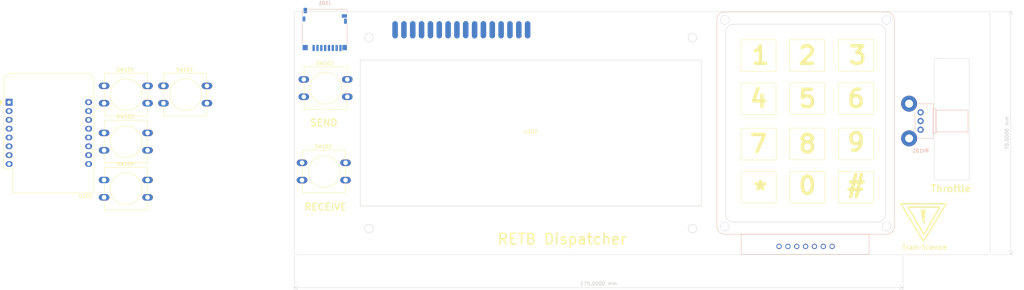
<source format=kicad_pcb>
(kicad_pcb (version 20211014) (generator pcbnew)
  (layers (0 "F.Cu" signal) (31 "B.Cu" signal) (34 "B.Paste" user) (35 "F.Paste" user) (36 "B.SilkS" user "B.Silkscreen") (37 "F.SilkS" user "F.Silkscreen") (38 "B.Mask" user) (39 "F.Mask" user) (44 "Edge.Cuts" user))
  (net 0 "")
  (footprint "Button_Switch_THT:SW_PUSH-12mm" (layer "F.Cu") (at 332.355 70.4)
    (fp_text reference "SW105" (at 6.08 -4.66) (layer "F.SilkS"))
    (fp_text value "SW_SPST")
    (fp_line (start 0.1 -0.93) (end 0.1 -3.65) (layer "F.SilkS") (width 0.12))
    (fp_line (start 12.4 -3.65) (end 12.4 -0.93) (layer "F.SilkS") (width 0.12))
    (fp_line (start 12.4 5.93) (end 12.4 8.65) (layer "F.SilkS") (width 0.12))
    (fp_line (start 12.4 0.93) (end 12.4 4.07) (layer "F.SilkS") (width 0.12))
    (fp_line (start 0.1 -3.65) (end 12.4 -3.65) (layer "F.SilkS") (width 0.12))
    (fp_line (start 12.4 8.65) (end 0.1 8.65) (layer "F.SilkS") (width 0.12))
    (fp_line (start 0.1 4.07) (end 0.1 0.93) (layer "F.SilkS") (width 0.12))
    (fp_line (start 0.1 8.65) (end 0.1 5.93) (layer "F.SilkS") (width 0.12))
    (fp_circle (center 6.35 2.54) (end 10.16 5.08) (layer "F.SilkS") (width 0.12) (fill none))
    (pad "1" thru_hole oval (at 0 0) (size 3.048 1.85) (drill 1.3) (layers *.Cu *.Mask))
    (pad "1" thru_hole oval (at 12.5 0) (size 3.048 1.85) (drill 1.3) (layers *.Cu *.Mask))
    (pad "2" thru_hole oval (at 12.5 5) (size 3.048 1.85) (drill 1.3) (layers *.Cu *.Mask))
    (pad "2" thru_hole oval (at 0 5) (size 3.048 1.85) (drill 1.3) (layers *.Cu *.Mask))
  )
  (footprint "kicad_images:Train-Science logo" (layer "F.Cu") (at 568 111)
    (fp_text reference "G***" hide)
    (fp_text value "LOGO" hide)
    (fp_poly (pts (xy 5.184219 5.481557) (xy 5.314657 5.546052) (xy 5.389187 5.634822) (xy 5.391267 5.721295) (xy 5.359343 5.779471) (xy 5.313299 5.765335) (xy 5.270762 5.728817) (xy 5.136751 5.66175) (xy 4.984415 5.660163) (xy 4.857807 5.72439) (xy 4.856491 5.725693) (xy 4.802036 5.835117) (xy 4.781242 5.992317) (xy 4.794111 6.154548) (xy 4.840643 6.279065) (xy 4.856491 6.298262) (xy 4.982459 6.363369) (xy 5.134742 6.362658) (xy 5.269286 6.296463) (xy 5.270762 6.295138) (xy 5.338674 6.243194) (xy 5.373821 6.262398) (xy 5.391267 6.30266) (xy 5.384435 6.400662) (xy 5.302003 6.487146) (xy 5.164897 6.547472) (xy 5.012989 6.567301) (xy 4.855395 6.546216) (xy 4.725786 6.468254) (xy 4.674653 6.420485) (xy 4.593405 6.331436) (xy 4.55214 6.250054) (xy 4.540916 6.141322) (xy 4.549181 5.9786) (xy 4.594859 5.734663) (xy 4.693389 5.569563) (xy 4.848836 5.47879) (xy 5.019397 5.456654)) (layer "F.SilkS") (width 0) (fill solid))
    (fp_poly (pts (xy -2.80076 6.567301) (xy -3.042205 6.567301) (xy -3.042205 5.456654) (xy -2.80076 5.456654)) (layer "F.SilkS") (width 0) (fill solid))
    (fp_poly (pts (xy -1.769615 5.47832) (xy -1.659959 5.550779) (xy -1.590203 5.685226) (xy -1.554112 5.892852) (xy -1.545247 6.139212) (xy -1.546245 6.343083) (xy -1.55276 6.469101) (xy -1.570073 6.535992) (xy -1.603464 6.56248) (xy -1.658214 6.567291) (xy -1.665969 6.567301) (xy -1.726085 6.563123) (xy -1.761961 6.537385) (xy -1.779852 6.470283) (xy -1.78601 6.342011) (xy -1.786692 6.184938) (xy -1.790251 5.993609) (xy -1.799671 5.83405) (xy -1.813067 5.73576) (xy -1.816003 5.726193) (xy -1.885087 5.663166) (xy -2.00193 5.657099) (xy -2.136223 5.708099) (xy -2.162259 5.724982) (xy -2.216674 5.77338) (xy -2.248937 5.840192) (xy -2.264655 5.949393) (xy -2.269437 6.124957) (xy -2.269581 6.183727) (xy -2.27089 6.374496) (xy -2.278966 6.488463) (xy -2.300033 6.545402) (xy -2.340314 6.565087) (xy -2.390304 6.567301) (xy -2.511026 6.567301) (xy -2.511026 6.011978) (xy -2.510445 5.773893) (xy -2.506399 5.615943) (xy -2.495432 5.521686) (xy -2.474088 5.47468) (xy -2.438914 5.458482) (xy -2.394328 5.456654) (xy -2.296125 5.478761) (xy -2.255497 5.517016) (xy -2.223252 5.553161) (xy -2.169382 5.517016) (xy -2.080808 5.476829) (xy -1.947072 5.457075) (xy -1.925406 5.456654)) (layer "F.SilkS") (width 0) (fill solid))
    (fp_poly (pts (xy 4.073351 5.47832) (xy 4.183007 5.550779) (xy 4.252763 5.685226) (xy 4.288854 5.892852) (xy 4.297719 6.139212) (xy 4.296721 6.343083) (xy 4.290205 6.469101) (xy 4.272892 6.535992) (xy 4.239502 6.56248) (xy 4.184752 6.567291) (xy 4.176997 6.567301) (xy 4.116881 6.563123) (xy 4.081005 6.537385) (xy 4.063114 6.470283) (xy 4.056955 6.342011) (xy 4.056274 6.184938) (xy 4.052715 5.993609) (xy 4.043295 5.83405) (xy 4.029899 5.73576) (xy 4.026963 5.726193) (xy 3.957879 5.663166) (xy 3.841035 5.657099) (xy 3.706743 5.708099) (xy 3.680707 5.724982) (xy 3.626292 5.77338) (xy 3.594029 5.840192) (xy 3.578311 5.949393) (xy 3.573529 6.124957) (xy 3.573384 6.183727) (xy 3.572075 6.374496) (xy 3.563999 6.488463) (xy 3.542933 6.545402) (xy 3.502652 6.565087) (xy 3.452662 6.567301) (xy 3.33194 6.567301) (xy 3.33194 6.011978) (xy 3.33252 5.773893) (xy 3.336567 5.615943) (xy 3.347534 5.521686) (xy 3.368877 5.47468) (xy 3.404052 5.458482) (xy 3.448638 5.456654) (xy 3.546841 5.478761) (xy 3.587469 5.517016) (xy 3.619714 5.553161) (xy 3.673584 5.517016) (xy 3.762158 5.476829) (xy 3.895894 5.457075) (xy 3.91756 5.456654)) (layer "F.SilkS") (width 0) (fill solid))
    (fp_poly (pts (xy -0.919105 5.8509) (xy -0.799925 5.883399) (xy -0.73607 5.941522) (xy -0.733267 5.951616) (xy -0.736426 5.997249) (xy -0.780679 6.02289) (xy -0.885527 6.034008) (xy -1.034672 6.036122) (xy -1.212401 6.031262) (xy -1.311568 6.014029) (xy -1.349824 5.980448) (xy -1.352091 5.964609) (xy -1.310104 5.900879) (xy -1.204045 5.860267) (xy -1.063762 5.843399)) (layer "F.SilkS") (width 0) (fill solid))
    (fp_poly (pts (xy -3.60798 5.468652) (xy -3.489787 5.514195) (xy -3.412946 5.607606) (xy -3.367783 5.763207) (xy -3.344624 5.995321) (xy -3.339658 6.104491) (xy -3.323232 6.549224) (xy -3.68148 6.556531) (xy -3.916582 6.551732) (xy -4.073006 6.524426) (xy -4.144578 6.490398) (xy -4.226995 6.380486) (xy -4.247699 6.236305) (xy -4.239868 6.212152) (xy -3.995057 6.212152) (xy -3.991767 6.298466) (xy -3.925816 6.353831) (xy -3.81238 6.373063) (xy -3.694361 6.354051) (xy -3.63133 6.316198) (xy -3.581494 6.220549) (xy -3.573384 6.165013) (xy -3.586669 6.10541) (xy -3.644098 6.088306) (xy -3.7503 6.100484) (xy -3.917419 6.145004) (xy -3.995057 6.212152) (xy -4.239868 6.212152) (xy -4.203614 6.100331) (xy -4.175367 6.065536) (xy -4.072373 6.000912) (xy -3.91658 5.941076) (xy -3.751272 5.900584) (xy -3.657889 5.891525) (xy -3.586094 5.858748) (xy -3.583757 5.772995) (xy -3.617668 5.702926) (xy -3.672675 5.663946) (xy -3.78337 5.653034) (xy -3.930807 5.66322) (xy -4.090396 5.67446) (xy -4.174119 5.664276) (xy -4.200863 5.629918) (xy -4.20114 5.623876) (xy -4.156084 5.539814) (xy -4.02845 5.482886) (xy -3.829535 5.457547) (xy -3.777198 5.456654)) (layer "F.SilkS") (width 0) (fill solid))
    (fp_poly (pts (xy 6.287935 5.498129) (xy 6.440116 5.606504) (xy 6.54086 5.757707) (xy 6.567301 5.887541) (xy 6.567301 6.036122) (xy 6.180989 6.036122) (xy 5.988185 6.038275) (xy 5.872603 6.047838) (xy 5.814926 6.069469) (xy 5.795836 6.107824) (xy 5.794677 6.129251) (xy 5.830177 6.26244) (xy 5.939135 6.340752) (xy 6.125237 6.366108) (xy 6.23859 6.360442) (xy 6.401286 6.350559) (xy 6.488063 6.36045) (xy 6.518108 6.3931) (xy 6.519012 6.404064) (xy 6.476291 6.481996) (xy 6.364987 6.535536) (xy 6.210382 6.563007) (xy 6.037762 6.562731) (xy 5.87241 6.533031) (xy 5.739611 6.47223) (xy 5.720186 6.457057) (xy 5.62249 6.335669) (xy 5.572515 6.16588) (xy 5.566436 6.119835) (xy 5.572407 5.862) (xy 5.595366 5.804335) (xy 5.794677 5.804335) (xy 5.83835 5.825493) (xy 5.951005 5.839525) (xy 6.060267 5.842966) (xy 6.205731 5.836614) (xy 6.302199 5.820228) (xy 6.325856 5.804335) (xy 6.282632 5.721716) (xy 6.172373 5.665069) (xy 6.060267 5.64981) (xy 5.918264 5.674959) (xy 5.820903 5.739109) (xy 5.794677 5.804335) (xy 5.595366 5.804335) (xy 5.651698 5.66285) (xy 5.79988 5.527789) (xy 6.012524 5.462223) (xy 6.109872 5.456654)) (layer "F.SilkS") (width 0) (fill solid))
    (fp_poly (pts (xy -5.504448 5.022991) (xy -5.339583 5.027564) (xy -5.239377 5.038417) (xy -5.187873 5.058194) (xy -5.169114 5.089536) (xy -5.16692 5.118632) (xy -5.181138 5.178985) (xy -5.240176 5.207525) (xy -5.36861 5.215173) (xy -5.38422 5.21521) (xy -5.601521 5.21521) (xy -5.601521 6.567301) (xy -5.842965 6.567301) (xy -5.842965 5.220501) (xy -6.071904 5.205783) (xy -6.222788 5.186112) (xy -6.298384 5.146658) (xy -6.316889 5.106559) (xy -6.315598 5.070882) (xy -6.285503 5.046884) (xy -6.211351 5.032294) (xy -6.077892 5.024838) (xy -5.869875 5.022242) (xy -5.749928 5.022054)) (layer "F.SilkS") (width 0) (fill solid))
    (fp_poly (pts (xy 1.176235 5.481557) (xy 1.306673 5.546052) (xy 1.381202 5.634822) (xy 1.383282 5.721295) (xy 1.351358 5.779471) (xy 1.305314 5.765335) (xy 1.262777 5.728817) (xy 1.128766 5.66175) (xy 0.976431 5.660163) (xy 0.849822 5.72439) (xy 0.848507 5.725693) (xy 0.794961 5.832681) (xy 0.772757 5.997374) (xy 0.772624 6.011978) (xy 0.791898 6.17972) (xy 0.843288 6.292674) (xy 0.848507 6.298262) (xy 0.974474 6.363369) (xy 1.126757 6.362658) (xy 1.261302 6.296463) (xy 1.262777 6.295138) (xy 1.330689 6.243194) (xy 1.365837 6.262398) (xy 1.383282 6.30266) (xy 1.37645 6.400662) (xy 1.294018 6.487146) (xy 1.156913 6.547472) (xy 1.005005 6.567301) (xy 0.84741 6.546216) (xy 0.717801 6.468254) (xy 0.666669 6.420485) (xy 0.58542 6.331436) (xy 0.544155 6.250054) (xy 0.532931 6.141322) (xy 0.541197 5.9786) (xy 0.586874 5.734663) (xy 0.685404 5.569563) (xy 0.840851 5.47879) (xy 1.011412 5.456654)) (layer "F.SilkS") (width 0) (fill solid))
    (fp_poly (pts (xy 0.375723 -5.097027) (xy 0.387468 -5.040647) (xy 0.399311 -4.906756) (xy 0.409985 -4.714415) (xy 0.418222 -4.482682) (xy 0.419241 -4.442733) (xy 0.42472 -4.186529) (xy 0.424995 -4.009489) (xy 0.417631 -3.894238) (xy 0.40019 -3.8234) (xy 0.370236 -3.779602) (xy 0.325333 -3.745469) (xy 0.321071 -3.742667) (xy 0.266062 -3.695571) (xy 0.23677 -3.631093) (xy 0.232751 -3.530754) (xy 0.253563 -3.376073) (xy 0.29876 -3.148569) (xy 0.305985 -3.114638) (xy 0.351294 -2.89141) (xy 0.372122 -2.744209) (xy 0.367196 -2.655314) (xy 0.335244 -2.607004) (xy 0.274993 -2.581559) (xy 0.267575 -2.579643) (xy 0.140992 -2.547873) (xy 0.169657 -2.010343) (xy 0.183542 -1.752494) (xy 0.19773 -1.49325) (xy 0.210171 -1.269896) (xy 0.216141 -1.165205) (xy 0.221598 -0.924603) (xy 0.204599 -0.777917) (xy 0.165065 -0.725114) (xy 0.102918 -0.766161) (xy 0.018079 -0.901025) (xy -0.054421 -1.050285) (xy -0.142334 -1.244374) (xy -0.227728 -1.433421) (xy -0.288922 -1.569391) (xy -0.353939 -1.713087) (xy -0.440586 -1.902937) (xy -0.528617 -2.094603) (xy -0.615724 -2.303783) (xy -0.649293 -2.446301) (xy -0.629386 -2.535834) (xy -0.556068 -2.586058) (xy -0.530935 -2.593676) (xy -0.45313 -2.619175) (xy -0.4346 -2.631372) (xy -0.452963 -2.681722) (xy -0.500949 -2.795704) (xy -0.567901 -2.949172) (xy -0.643167 -3.117979) (xy -0.71609 -3.277978) (xy -0.775698 -3.404372) (xy -0.830876 -3.526386) (xy -0.842312 -3.594299) (xy -0.811491 -3.639341) (xy -0.787747 -3.657889) (xy -0.678264 -3.708762) (xy -0.618527 -3.71825) (xy -0.54507 -3.727389) (xy -0.531178 -3.738091) (xy -0.550184 -3.790479) (xy -0.600205 -3.907109) (xy -0.670752 -4.065019) (xy -0.751332 -4.241247) (xy -0.831456 -4.412831) (xy -0.900631 -4.556809) (xy -0.945728 -4.645412) (xy -0.989393 -4.74016) (xy -0.977655 -4.790391) (xy -0.930874 -4.820783) (xy -0.799995 -4.870165) (xy -0.592854 -4.918874) (xy -0.410456 -4.951811) (xy -0.285747 -4.976264) (xy -0.110024 -5.01507) (xy 0.04085 -5.050708) (xy 0.201625 -5.084917) (xy 0.322631 -5.101335)) (layer "F.SilkS") (width 0) (fill solid))
    (fp_poly (pts (xy 2.811129 5.498129) (xy 2.96331 5.606504) (xy 3.064054 5.757707) (xy 3.090495 5.887541) (xy 3.090495 6.036122) (xy 2.704183 6.036122) (xy 2.511379 6.038275) (xy 2.395797 6.047838) (xy 2.33812 6.069469) (xy 2.31903 6.107824) (xy 2.317871 6.129251) (xy 2.353371 6.26244) (xy 2.462329 6.340752) (xy 2.648431 6.366108) (xy 2.761784 6.360442) (xy 2.92448 6.350559) (xy 3.011257 6.36045) (xy 3.041302 6.3931) (xy 3.042206 6.404064) (xy 2.999485 6.481996) (xy 2.888181 6.535536) (xy 2.733576 6.563007) (xy 2.560956 6.562731) (xy 2.395604 6.533031) (xy 2.262805 6.47223) (xy 2.24338 6.457057) (xy 2.145684 6.335669) (xy 2.095709 6.16588) (xy 2.08963 6.119835) (xy 2.095601 5.862) (xy 2.11856 5.804335) (xy 2.317871 5.804335) (xy 2.361544 5.825493) (xy 2.474199 5.839525) (xy 2.58346 5.842966) (xy 2.728925 5.836614) (xy 2.825393 5.820228) (xy 2.84905 5.804335) (xy 2.805826 5.721716) (xy 2.695567 5.665069) (xy 2.58346 5.64981) (xy 2.441458 5.674959) (xy 2.344097 5.739109) (xy 2.317871 5.804335) (xy 2.11856 5.804335) (xy 2.174892 5.66285) (xy 2.323074 5.527789) (xy 2.535718 5.462223) (xy 2.633066 5.456654)) (layer "F.SilkS") (width 0) (fill solid))
    (fp_poly (pts (xy 1.817165 5.048347) (xy 1.853136 5.096292) (xy 1.862306 5.200872) (xy 1.789497 5.25495) (xy 1.708051 5.263499) (xy 1.619181 5.246938) (xy 1.599429 5.180679) (xy 1.60225 5.154848) (xy 1.649157 5.067542) (xy 1.733525 5.029071)) (layer "F.SilkS") (width 0) (fill solid))
    (fp_poly (pts (xy -2.818577 5.048347) (xy -2.782605 5.096292) (xy -2.773435 5.200872) (xy -2.846245 5.25495) (xy -2.927691 5.263499) (xy -3.01656 5.246938) (xy -3.036312 5.180679) (xy -3.033491 5.154848) (xy -2.986585 5.067542) (xy -2.902216 5.029071)) (layer "F.SilkS") (width 0) (fill solid))
    (fp_poly (pts (xy 0.120676 5.045657) (xy 0.245214 5.11236) (xy 0.289732 5.216002) (xy 0.289734 5.216909) (xy 0.255273 5.293371) (xy 0.182001 5.309683) (xy 0.120723 5.263499) (xy 0.048917 5.225159) (xy -0.071044 5.216832) (xy -0.196299 5.236227) (xy -0.283987 5.281055) (xy -0.28781 5.285326) (xy -0.32706 5.394274) (xy -0.271449 5.509868) (xy -0.122316 5.630165) (xy -0.006042 5.695049) (xy 0.204162 5.823458) (xy 0.325071 5.95679) (xy 0.363736 6.106702) (xy 0.335738 6.260347) (xy 0.246123 6.413302) (xy 0.143243 6.495707) (xy -0.027665 6.549802) (xy -0.226493 6.56429) (xy -0.411543 6.539395) (xy -0.520434 6.492129) (xy -0.605445 6.408078) (xy -0.628968 6.333766) (xy -0.591162 6.292602) (xy -0.519106 6.298596) (xy -0.295596 6.350039) (xy -0.112513 6.363003) (xy 0.008744 6.336396) (xy 0.023683 6.326239) (xy 0.09278 6.218056) (xy 0.083012 6.093893) (xy 0.004227 5.975946) (xy -0.133726 5.886406) (xy -0.178625 5.870349) (xy -0.282137 5.816799) (xy -0.404868 5.724852) (xy -0.432142 5.700396) (xy -0.548573 5.54206) (xy -0.578554 5.381036) (xy -0.530437 5.233072) (xy -0.412575 5.113919) (xy -0.233317 5.039327) (xy -0.072433 5.022054)) (layer "F.SilkS") (width 0) (fill solid))
    (fp_poly (pts (xy 4.768859 -5.746387) (xy 4.753615 -5.694078) (xy 4.702122 -5.582812) (xy 4.613009 -5.410169) (xy 4.484912 -5.173733) (xy 4.316461 -4.871085) (xy 4.10629 -4.499807) (xy 3.853031 -4.057483) (xy 3.555317 -3.541692) (xy 3.211781 -2.950019) (xy 2.821055 -2.280044) (xy 2.447668 -1.641825) (xy 2.052971 -0.968394) (xy 1.703861 -0.373715) (xy 1.397415 0.146973) (xy 1.130711 0.598429) (xy 0.900826 0.985414) (xy 0.704837 1.312686) (xy 0.539822 1.585006) (xy 0.402858 1.807133) (xy 0.291022 1.983828) (xy 0.201391 2.11985) (xy 0.131044 2.219959) (xy 0.077056 2.288915) (xy 0.036506 2.331478) (xy 0.006471 2.352407) (xy -0.007453 2.356529) (xy -0.118241 2.345) (xy -0.177425 2.30824) (xy -0.20815 2.258187) (xy -0.283786 2.130441) (xy -0.400893 1.930912) (xy -0.556031 1.665509) (xy -0.74576 1.340143) (xy -0.966639 0.960724) (xy -1.215229 0.533161) (xy -1.48809 0.063366) (xy -1.781782 -0.442753) (xy -2.092864 -0.979285) (xy -2.417898 -1.54032) (xy -2.490658 -1.665969) (xy -2.915073 -2.400056) (xy -3.291556 -3.053633) (xy -3.621514 -3.629214) (xy -3.906351 -4.129315) (xy -4.147471 -4.556451) (xy -4.346279 -4.913138) (xy -4.50418 -5.20189) (xy -4.622579 -5.425224) (xy -4.650396 -5.480798) (xy -4.246586 -5.480798) (xy -2.141704 -1.844738) (xy -1.826964 -1.301915) (xy -1.525833 -0.784257) (xy -1.241827 -0.297711) (xy -0.978461 0.151777) (xy -0.739254 0.558261) (xy -0.527721 0.915795) (xy -0.347379 1.21843) (xy -0.201744 1.460222) (xy -0.094333 1.635224) (xy -0.028663 1.737489) (xy -0.008326 1.762827) (xy 0.019805 1.717796) (xy 0.093114 1.595456) (xy 0.208031 1.401866) (xy 0.360987 1.143092) (xy 0.548414 0.825195) (xy 0.766742 0.454239) (xy 1.012403 0.036285) (xy 1.281828 -0.422603) (xy 1.571448 -0.916362) (xy 1.877695 -1.43893) (xy 2.13202 -1.873234) (xy 4.24387 -5.480798) (xy 2.121935 -5.493373) (xy 1.563165 -5.495976) (xy 0.936229 -5.497682) (xy 0.269536 -5.498488) (xy -0.408506 -5.498397) (xy -1.069488 -5.497406) (xy -1.685001 -5.495517) (xy -2.123293 -5.493373) (xy -4.246586 -5.480798) (xy -4.650396 -5.480798) (xy -4.702879 -5.585653) (xy -4.746487 -5.685694) (xy -4.755959 -5.722243) (xy -4.756464 -5.86711) (xy 4.756464 -5.86711)) (layer "F.SilkS") (width 0) (fill solid))
    (fp_poly (pts (xy -4.81059 5.473762) (xy -4.780608 5.506642) (xy -4.751048 5.531966) (xy -4.687205 5.506642) (xy -4.548714 5.458794) (xy -4.42945 5.461612) (xy -4.356569 5.511388) (xy -4.346007 5.553232) (xy -4.369309 5.62445) (xy -4.455425 5.649019) (xy -4.488136 5.64981) (xy -4.620255 5.677128) (xy -4.709543 5.765727) (xy -4.76115 5.925578) (xy -4.780229 6.16665) (xy -4.780608 6.215878) (xy -4.782226 6.396733) (xy -4.791807 6.501661) (xy -4.816444 6.551309) (xy -4.863231 6.566324) (xy -4.90133 6.567301) (xy -5.022053 6.567301) (xy -5.022053 5.456654) (xy -4.90133 5.456654)) (layer "F.SilkS") (width 0) (fill solid))
    (fp_poly (pts (xy -3.265853 -6.850073) (xy -2.587156 -6.849321) (xy -1.825989 -6.848194) (xy -0.977577 -6.846751) (xy -0.082715 -6.845131) (xy 6.591445 -6.832889) (xy 6.603618 -6.712167) (xy 6.58915 -6.666138) (xy 6.540819 -6.566207) (xy 6.457246 -6.410035) (xy 6.337052 -6.19528) (xy 6.178855 -5.9196) (xy 5.981276 -5.580654) (xy 5.742935 -5.176102) (xy 5.462451 -4.703602) (xy 5.138446 -4.160813) (xy 4.769539 -3.545393) (xy 4.354349 -2.855002) (xy 3.891497 -2.087298) (xy 3.379603 -1.23994) (xy 3.316022 -1.13479) (xy 2.838313 -0.345073) (xy 2.407851 0.365927) (xy 2.022104 1.002255) (xy 1.678542 1.567953) (xy 1.374632 2.067066) (xy 1.107842 2.503637) (xy 0.875642 2.881712) (xy 0.675498 3.205332) (xy 0.504879 3.478543) (xy 0.361255 3.705388) (xy 0.242092 3.889911) (xy 0.144859 4.036156) (xy 0.067025 4.148167) (xy 0.006058 4.229987) (xy -0.040575 4.285661) (xy -0.075404 4.319232) (xy -0.100962 4.334745) (xy -0.109572 4.336852) (xy -0.234356 4.315791) (xy -0.30728 4.240274) (xy -0.340571 4.185782) (xy -0.420522 4.053448) (xy -0.544137 3.848262) (xy -0.708419 3.575215) (xy -0.91037 3.239297) (xy -1.146993 2.8455) (xy -1.41529 2.398812) (xy -1.712263 1.904227) (xy -2.034916 1.366732) (xy -2.380251 0.791321) (xy -2.745271 0.182982) (xy -3.126978 -0.453293) (xy -3.522374 -1.112514) (xy -3.617711 -1.271483) (xy -4.093695 -2.065506) (xy -4.52204 -2.780841) (xy -4.905052 -3.421463) (xy -5.245038 -3.991345) (xy -5.544306 -4.49446) (xy -5.80516 -4.934781) (xy -6.029909 -5.316281) (xy -6.220859 -5.642935) (xy -6.380315 -5.918715) (xy -6.510586 -6.147595) (xy -6.613978 -6.333548) (xy -6.674582 -6.446577) (xy -6.267936 -6.446577) (xy -3.194628 -1.324245) (xy -0.121319 3.798087) (xy 0.289436 3.119323) (xy 0.370997 2.984504) (xy 0.498607 2.773515) (xy 0.66835 2.492831) (xy 0.876308 2.14893) (xy 1.118566 1.748291) (xy 1.391206 1.297389) (xy 1.690313 0.802702) (xy 2.011969 0.270708) (xy 2.352259 -0.292116) (xy 2.707266 -0.879293) (xy 3.073074 -1.484346) (xy 3.386645 -2.003009) (xy 6.0731 -6.446577) (xy 2.988261 -6.459005) (xy 2.322534 -6.461202) (xy 1.583805 -6.462789) (xy 0.795649 -6.463764) (xy -0.018361 -6.464128) (xy -0.834649 -6.463881) (xy -1.629642 -6.463023) (xy -2.379765 -6.461553) (xy -3.061443 -6.459473) (xy -3.182257 -6.459005) (xy -6.267936 -6.446577) (xy -6.674582 -6.446577) (xy -6.692796 -6.480548) (xy -6.749349 -6.592567) (xy -6.785942 -6.673579) (xy -6.804882 -6.727558) (xy -6.808476 -6.758476) (xy -6.806568 -6.764524) (xy -6.797812 -6.777543) (xy -6.783007 -6.789272) (xy -6.757377 -6.799768) (xy -6.716145 -6.809088) (xy -6.654535 -6.81729) (xy -6.56777 -6.824431) (xy -6.451075 -6.830568) (xy -6.299673 -6.835758) (xy -6.108787 -6.840059) (xy -5.873643 -6.843528) (xy -5.589462 -6.846222) (xy -5.251469 -6.848198) (xy -4.854888 -6.849514) (xy -4.394943 -6.850227) (xy -3.866857 -6.850394)) (layer "F.SilkS") (width 0) (fill solid))
    (fp_poly (pts (xy 1.834981 6.567301) (xy 1.593536 6.567301) (xy 1.593536 5.456654) (xy 1.834981 5.456654)) (layer "F.SilkS") (width 0) (fill solid))
  )
  (footprint "Button_Switch_THT:SW_PUSH-12mm" (layer "F.Cu") (at 332.355 83.95)
    (fp_text reference "SW103" (at 6.08 -4.66) (layer "F.SilkS"))
    (fp_text value "SW_SPST")
    (fp_line (start 12.4 0.93) (end 12.4 4.07) (layer "F.SilkS") (width 0.12))
    (fp_line (start 12.4 -3.65) (end 12.4 -0.93) (layer "F.SilkS") (width 0.12))
    (fp_line (start 0.1 -3.65) (end 12.4 -3.65) (layer "F.SilkS") (width 0.12))
    (fp_line (start 12.4 5.93) (end 12.4 8.65) (layer "F.SilkS") (width 0.12))
    (fp_line (start 0.1 -0.93) (end 0.1 -3.65) (layer "F.SilkS") (width 0.12))
    (fp_line (start 12.4 8.65) (end 0.1 8.65) (layer "F.SilkS") (width 0.12))
    (fp_line (start 0.1 4.07) (end 0.1 0.93) (layer "F.SilkS") (width 0.12))
    (fp_line (start 0.1 8.65) (end 0.1 5.93) (layer "F.SilkS") (width 0.12))
    (fp_circle (center 6.35 2.54) (end 10.16 5.08) (layer "F.SilkS") (width 0.12) (fill none))
    (pad "1" thru_hole oval (at 0 0) (size 3.048 1.85) (drill 1.3) (layers *.Cu *.Mask))
    (pad "1" thru_hole oval (at 12.5 0) (size 3.048 1.85) (drill 1.3) (layers *.Cu *.Mask))
    (pad "2" thru_hole oval (at 0 5) (size 3.048 1.85) (drill 1.3) (layers *.Cu *.Mask))
    (pad "2" thru_hole oval (at 12.5 5) (size 3.048 1.85) (drill 1.3) (layers *.Cu *.Mask))
  )
  (footprint "custom_kicad_lib_sk:3x4keypad" (layer "F.Cu") (at 534 81.125)
    (fp_text reference "J102" hide)
    (fp_text value "Conn_01x07_Male")
    (fp_text user "1" (at -13 -19.5 unlocked) (layer "F.SilkS") (effects (font (size 5 5) (thickness 1))))
    (fp_text user "#" (at 14.5 18 unlocked) (layer "F.SilkS") (effects (font (size 5 5) (thickness 1))))
    (fp_text user "9" (at 14.5 5.5 unlocked) (layer "F.SilkS") (effects (font (size 5 5) (thickness 1))))
    (fp_text user "5" (at 0.5 -7 unlocked) (layer "F.SilkS") (effects (font (size 5 5) (thickness 1))))
    (fp_text user "0" (at 0.5 18 unlocked) (layer "F.SilkS") (effects (font (size 5 5) (thickness 1))))
    (fp_text user "2" (at 0.5 -19.5 unlocked) (layer "F.SilkS") (effects (font (size 5 5) (thickness 1))))
    (fp_text user "3" (at 14.965587 -19.514715 unlocked) (layer "F.SilkS") (effects (font (size 5 5) (thickness 1))))
    (fp_text user "4" (at -13.5 -7 unlocked) (layer "F.SilkS") (effects (font (size 5 5) (thickness 1))))
    (fp_text user "8" (at 0.5 6 unlocked) (layer "F.SilkS") (effects (font (size 5 5) (thickness 1))))
    (fp_text user "7" (at -13.5 6 unlocked) (layer "F.SilkS") (effects (font (size 5 5) (thickness 1))))
    (fp_text user "6" (at 14.509671 -7.039196 unlocked) (layer "F.SilkS") (effects (font (size 5 5) (thickness 1))))
    (fp_text user "*" (at -13 19.5 unlocked) (layer "F.SilkS") (effects (font (size 5 5) (thickness 1))))
    (fp_line (start 25.5 29.75) (end 25.5 -29.75) (layer "B.SilkS") (width 0.12))
    (fp_line (start 23.25 -32) (end -23.25 -32) (layer "B.SilkS") (width 0.12))
    (fp_line (start -25.5 -29.75) (end -25.5 29.75) (layer "B.SilkS") (width 0.12))
    (fp_line (start -23.25 32) (end 23.25 32) (layer "B.SilkS") (width 0.12))
    (fp_rect (start -18.5 32) (end 18.25 37.75) (layer "B.SilkS") (width 0.12) (fill none))
    (fp_arc (start 23.25 -32) (mid 24.84099 -31.34099) (end 25.5 -29.75) (layer "B.SilkS") (width 0.12))
    (fp_arc (start 25.5 29.75) (mid 24.84099 31.34099) (end 23.25 32) (layer "B.SilkS") (width 0.12))
    (fp_arc (start -23.25 32) (mid -24.84099 31.34099) (end -25.5 29.75) (layer "B.SilkS") (width 0.12))
    (fp_arc (start -25.5 -29.75) (mid -24.84099 -31.34099) (end -23.25 -32) (layer "B.SilkS") (width 0.12))
    (fp_rect (start 9.45 1.45) (end 19.55 10.55) (layer "F.SilkS") (width 0.12) (fill none))
    (fp_rect (start 9.4 -11.6) (end 19.5 -2.5) (layer "F.SilkS") (width 0.12) (fill none))
    (fp_rect (start 9.45 13.9) (end 19.55 23) (layer "F.SilkS") (width 0.12) (fill none))
    (fp_rect (start -18.6 -11.55) (end -8.5 -2.45) (layer "F.SilkS") (width 0.12) (fill none))
    (fp_rect (start -18.55 1.5) (end -8.45 10.6) (layer "F.SilkS") (width 0.12) (fill none))
    (fp_rect (start 9.4 -24.05) (end 19.5 -14.95) (layer "F.SilkS") (width 0.12) (fill none))
    (fp_rect (start -18.55 13.95) (end -8.45 23.05) (layer "F.SilkS") (width 0.12) (fill none))
    (fp_rect (start -4.6 -11.6) (end 5.5 -2.5) (layer "F.SilkS") (width 0.12) (fill none))
    (fp_rect (start -18.6 -24) (end -8.5 -14.9) (layer "F.SilkS") (width 0.12) (fill none))
    (fp_rect (start -4.55 1.45) (end 5.55 10.55) (layer "F.SilkS") (width 0.12) (fill none))
    (fp_rect (start -4.55 13.9) (end 5.55 23) (layer "F.SilkS") (width 0.12) (fill none))
    (fp_rect (start -4.6 -24.05) (end 5.5 -14.95) (layer "F.SilkS") (width 0.12) (fill none))
    (fp_line (start 20.75 28.5) (end -20.75 28.5) (layer "Edge.Cuts") (width 0.12))
    (fp_line (start 23 -26.25) (end 23 26.25) (layer "Edge.Cuts") (width 0.12))
    (fp_line (start -20.75 -28.5) (end 20.75 -28.5) (layer "Edge.Cuts") (width 0.12))
    (fp_line (start -23 26.25) (end -23 -26.25) (layer "Edge.Cuts") (width 0.12))
    (fp_arc (start 23 26.25) (mid 22.34099 27.84099) (end 20.75 28.5) (layer "Edge.Cuts") (width 0.12))
    (fp_arc (start -23 -26.25) (mid -22.34099 -27.84099) (end -20.75 -28.5) (layer "Edge.Cuts") (width 0.12))
    (fp_arc (start -20.75 28.5) (mid -22.34099 27.84099) (end -23 26.25) (layer "Edge.Cuts") (width 0.12))
    (fp_arc (start 20.75 -28.5) (mid 22.34099 -27.84099) (end 23 -26.25) (layer "Edge.Cuts") (width 0.12))
    (pad "1" thru_hole circle (at -7.62 35.5) (size 1.5 1.5) (drill 1) (layers F&B.Cu *.Mask))
    (pad "2" thru_hole circle (at -5.08 35.5) (size 1.5 1.5) (drill 1) (layers F&B.Cu *.Mask))
    (pad "3" thru_hole circle (at -2.54 35.5) (size 1.5 1.5) (drill 1) (layers F&B.Cu *.Mask))
    (pad "4" thru_hole circle (at 0 35.5) (size 1.5 1.5) (drill 1) (layers F&B.Cu *.Mask))
    (pad "5" thru_hole circle (at 2.54 35.5) (size 1.5 1.5) (drill 1) (layers F&B.Cu *.Mask))
    (pad "6" thru_hole circle (at 5.08 35.5) (size 1.5 1.5) (drill 1) (layers F&B.Cu *.Mask))
    (pad "7" thru_hole circle (at 7.62 35.5) (size 1.5 1.5) (drill 1) (layers F&B.Cu *.Mask))
    (pad "MP" thru_hole circle (at 23.25 -29.75) (size 2.55 2.55) (drill 2.55) (layers F&B.Cu *.Mask))
    (pad "MP" thru_hole circle (at -23.25 29.75) (size 2.55 2.55) (drill 2.55) (layers F&B.Cu *.Mask))
    (pad "MP" thru_hole circle (at -23.25 -29.75) (size 2.55 2.55) (drill 2.55) (layers F&B.Cu *.Mask))
    (pad "MP" thru_hole circle (at 23.25 29.75) (size 2.55 2.55) (drill 2.55) (layers F&B.Cu *.Mask))
  )
  (footprint "Module:WEMOS_D1_mini_light" (layer "F.Cu") (at 305.055 75.11)
    (fp_text reference "U101" (at 22 27) (layer "F.SilkS"))
    (fp_text value "WeMos_D1_mini")
    (fp_line (start 1.04 26.12) (end 24.36 26.12) (layer "F.SilkS") (width 0.12))
    (fp_line (start -1.5 19.22) (end -1.5 -6.21) (layer "F.SilkS") (width 0.12))
    (fp_line (start -1.5 19.22) (end 1.04 19.22) (layer "F.SilkS") (width 0.12))
    (fp_line (start 1.04 19.22) (end 1.04 26.12) (layer "F.SilkS") (width 0.12))
    (fp_line (start 24.36 26.12) (end 24.36 -6.21) (layer "F.SilkS") (width 0.12))
    (fp_line (start 22.24 -8.34) (end 0.63 -8.34) (layer "F.SilkS") (width 0.12))
    (fp_arc (start 22.23 -8.34) (mid 23.736137 -7.716137) (end 24.36 -6.21) (layer "F.SilkS") (width 0.12))
    (fp_arc (start -1.5 -6.21) (mid -0.876137 -7.716137) (end 0.63 -8.34) (layer "F.SilkS") (width 0.12))
    (fp_poly (pts (xy -2.54 -0.635) (xy -2.54 0.635) (xy -1.905 0)) (layer "F.SilkS") (width 0.15) (fill solid))
    (pad "1" thru_hole rect (at 0 0) (size 2 2) (drill 1) (layers *.Cu *.Mask))
    (pad "2" thru_hole oval (at 0 2.54) (size 2 1.6) (drill 1) (layers *.Cu *.Mask))
    (pad "3" thru_hole oval (at 0 5.08) (size 2 1.6) (drill 1) (layers *.Cu *.Mask))
    (pad "4" thru_hole oval (at 0 7.62) (size 2 1.6) (drill 1) (layers *.Cu *.Mask))
    (pad "5" thru_hole oval (at 0 10.16) (size 2 1.6) (drill 1) (layers *.Cu *.Mask))
    (pad "6" thru_hole oval (at 0 12.7) (size 2 1.6) (drill 1) (layers *.Cu *.Mask))
    (pad "7" thru_hole oval (at 0 15.24) (size 2 1.6) (drill 1) (layers *.Cu *.Mask))
    (pad "8" thru_hole oval (at 0 17.78) (size 2 1.6) (drill 1) (layers *.Cu *.Mask))
    (pad "9" thru_hole oval (at 22.86 17.78) (size 2 1.6) (drill 1) (layers *.Cu *.Mask))
    (pad "10" thru_hole oval (at 22.86 15.24) (size 2 1.6) (drill 1) (layers *.Cu *.Mask))
    (pad "11" thru_hole oval (at 22.86 12.7) (size 2 1.6) (drill 1) (layers *.Cu *.Mask))
    (pad "12" thru_hole oval (at 22.86 10.16) (size 2 1.6) (drill 1) (layers *.Cu *.Mask))
    (pad "13" thru_hole oval (at 22.86 7.62) (size 2 1.6) (drill 1) (layers *.Cu *.Mask))
    (pad "14" thru_hole oval (at 22.86 5.08) (size 2 1.6) (drill 1) (layers *.Cu *.Mask))
    (pad "15" thru_hole oval (at 22.86 2.54) (size 2 1.6) (drill 1) (layers *.Cu *.Mask))
    (pad "16" thru_hole oval (at 22.86 0) (size 2 1.6) (drill 1) (layers *.Cu *.Mask))
  )
  (footprint "custom_kicad_lib_sk:20x4LCD" (layer "F.Cu") (at 455 84)
    (fp_text reference "U102" (at 0 -0.5 unlocked) (layer "F.SilkS"))
    (fp_text value "20x4LCD")
    (fp_rect (start -49 -21) (end 49 21) (layer "Edge.Cuts") (width 0.12) (fill none))
    (fp_circle (center 46.5 27.5) (end 47.75 27.5) (layer "Edge.Cuts") (width 0.12) (fill none))
    (fp_circle (center -46.5 -27.5) (end -45.25 -27.5) (layer "Edge.Cuts") (width 0.12) (fill none))
    (fp_circle (center 46.5 -27.5) (end 47.75 -27.5) (layer "Edge.Cuts") (width 0.12) (fill none))
    (fp_circle (center -46.5 27.5) (end -45.25 27.5) (layer "Edge.Cuts") (width 0.12) (fill none))
    (pad "1" smd oval (at -39 -28.25) (size 1.6 5) (drill (offset 0 -1.5)) (layers "B.Cu" "B.Paste" "B.Mask"))
    (pad "2" smd oval (at -36.46 -28.25) (size 1.6 5) (drill (offset 0 -1.5)) (layers "B.Cu" "B.Paste" "B.Mask"))
    (pad "3" smd oval (at -33.92 -28.25) (size 1.6 5) (drill (offset 0 -1.5)) (layers "B.Cu" "B.Paste" "B.Mask"))
    (pad "4" smd oval (at -31.390059 -28.259979) (size 1.6 5) (drill (offset 0 -1.5)) (layers "B.Cu" "B.Paste" "B.Mask"))
    (pad "5" smd oval (at -28.832605 -28.259979) (size 1.6 5) (drill (offset 0 -1.5)) (layers "B.Cu" "B.Paste" "B.Mask"))
    (pad "6" smd oval (at -26.3 -28.25) (size 1.6 5) (drill (offset 0 -1.5)) (layers "B.Cu" "B.Paste" "B.Mask"))
    (pad "7" smd oval (at -23.76 -28.25) (size 1.6 5) (drill (offset 0 -1.5)) (layers "B.Cu" "B.Paste" "B.Mask"))
    (pad "8" smd oval (at -21.22 -28.25) (size 1.6 5) (drill (offset 0 -1.5)) (layers "B.Cu" "B.Paste" "B.Mask"))
    (pad "9" smd oval (at -18.69495 -28.2715) (size 1.6 5) (drill (offset 0 -1.5)) (layers "B.Cu" "B.Paste" "B.Mask"))
    (pad "10" smd oval (at -16.14 -28.25) (size 1.6 5) (drill (offset 0 -1.5)) (layers "B.Cu" "B.Paste" "B.Mask"))
    (pad "11" smd oval (at -13.614602 -28.2715) (size 1.6 5) (drill (offset 0 -1.5)) (layers "B.Cu" "B.Paste" "B.Mask"))
    (pad "12" smd oval (at -11.06 -28.25) (size 1.6 5) (drill (offset 0 -1.5)) (layers "B.Cu" "B.Paste" "B.Mask"))
    (pad "13" smd oval (at -8.52 -28.25) (size 1.6 5) (drill (offset 0 -1.5)) (layers "B.Cu" "B.Paste" "B.Mask"))
    (pad "14" smd oval (at -5.98 -28.25) (size 1.6 5) (drill (offset 0 -1.5)) (layers "B.Cu" "B.Paste" "B.Mask"))
    (pad "15" smd oval (at -3.44 -28.25) (size 1.6 5) (drill (offset 0 -1.5)) (layers "B.Cu" "B.Paste" "B.Mask"))
    (pad "16" smd oval (at -0.9 -28.25) (size 1.6 5) (drill (offset 0 -1.5)) (layers "B.Cu" "B.Paste" "B.Mask"))
  )
  (footprint "Button_Switch_THT:SW_PUSH-12mm" (layer "F.Cu") (at 332.355 97.5)
    (fp_text reference "SW104" (at 6.08 -4.66) (layer "F.SilkS"))
    (fp_text value "SW_SPST")
    (fp_line (start 0.1 8.65) (end 0.1 5.93) (layer "F.SilkS") (width 0.12))
    (fp_line (start 0.1 -3.65) (end 12.4 -3.65) (layer "F.SilkS") (width 0.12))
    (fp_line (start 12.4 8.65) (end 0.1 8.65) (layer "F.SilkS") (width 0.12))
    (fp_line (start 0.1 -0.93) (end 0.1 -3.65) (layer "F.SilkS") (width 0.12))
    (fp_line (start 12.4 0.93) (end 12.4 4.07) (layer "F.SilkS") (width 0.12))
    (fp_line (start 12.4 -3.65) (end 12.4 -0.93) (layer "F.SilkS") (width 0.12))
    (fp_line (start 12.4 5.93) (end 12.4 8.65) (layer "F.SilkS") (width 0.12))
    (fp_line (start 0.1 4.07) (end 0.1 0.93) (layer "F.SilkS") (width 0.12))
    (fp_circle (center 6.35 2.54) (end 10.16 5.08) (layer "F.SilkS") (width 0.12) (fill none))
    (pad "1" thru_hole oval (at 12.5 0) (size 3.048 1.85) (drill 1.3) (layers *.Cu *.Mask))
    (pad "1" thru_hole oval (at 0 0) (size 3.048 1.85) (drill 1.3) (layers *.Cu *.Mask))
    (pad "2" thru_hole oval (at 12.5 5) (size 3.048 1.85) (drill 1.3) (layers *.Cu *.Mask))
    (pad "2" thru_hole oval (at 0 5) (size 3.048 1.85) (drill 1.3) (layers *.Cu *.Mask))
  )
  (footprint "Button_Switch_THT:SW_PUSH-12mm" (layer "F.Cu") (at 389.26 92.54)
    (fp_text reference "SW102" (at 6.08 -4.66) (layer "F.SilkS"))
    (fp_text value "SW_SPST")
    (fp_line (start 0.1 8.65) (end 0.1 5.93) (layer "F.SilkS") (width 0.12))
    (fp_line (start 12.4 8.65) (end 0.1 8.65) (layer "F.SilkS") (width 0.12))
    (fp_line (start 12.4 0.93) (end 12.4 4.07) (layer "F.SilkS") (width 0.12))
    (fp_line (start 12.4 -3.65) (end 12.4 -0.93) (layer "F.SilkS") (width 0.12))
    (fp_line (start 0.1 -3.65) (end 12.4 -3.65) (layer "F.SilkS") (width 0.12))
    (fp_line (start 0.1 -0.93) (end 0.1 -3.65) (layer "F.SilkS") (width 0.12))
    (fp_line (start 12.4 5.93) (end 12.4 8.65) (layer "F.SilkS") (width 0.12))
    (fp_line (start 0.1 4.07) (end 0.1 0.93) (layer "F.SilkS") (width 0.12))
    (fp_circle (center 6.35 2.54) (end 10.16 5.08) (layer "F.SilkS") (width 0.12) (fill none))
    (pad "1" thru_hole oval (at 0 0) (size 3.048 1.85) (drill 1.3) (layers F&B.Cu *.Mask))
    (pad "1" thru_hole oval (at 12.5 0) (size 3.048 1.85) (drill 1.3) (layers F&B.Cu *.Mask))
    (pad "2" thru_hole oval (at 12.5 5) (size 3.048 1.85) (drill 1.3) (layers F&B.Cu *.Mask))
    (pad "2" thru_hole oval (at 0 5) (size 3.048 1.85) (drill 1.3) (layers F&B.Cu *.Mask))
  )
  (footprint "Button_Switch_THT:SW_PUSH-12mm" (layer "F.Cu") (at 389.76 68.54)
    (fp_text reference "SW102" (at 6.08 -4.66) (layer "F.SilkS"))
    (fp_text value "SW_SPST")
    (fp_line (start 12.4 0.93) (end 12.4 4.07) (layer "F.SilkS") (width 0.12))
    (fp_line (start 0.1 -3.65) (end 12.4 -3.65) (layer "F.SilkS") (width 0.12))
    (fp_line (start 0.1 -0.93) (end 0.1 -3.65) (layer "F.SilkS") (width 0.12))
    (fp_line (start 12.4 -3.65) (end 12.4 -0.93) (layer "F.SilkS") (width 0.12))
    (fp_line (start 12.4 8.65) (end 0.1 8.65) (layer "F.SilkS") (width 0.12))
    (fp_line (start 0.1 4.07) (end 0.1 0.93) (layer "F.SilkS") (width 0.12))
    (fp_line (start 12.4 5.93) (end 12.4 8.65) (layer "F.SilkS") (width 0.12))
    (fp_line (start 0.1 8.65) (end 0.1 5.93) (layer "F.SilkS") (width 0.12))
    (fp_circle (center 6.35 2.54) (end 10.16 5.08) (layer "F.SilkS") (width 0.12) (fill none))
    (pad "1" thru_hole oval (at 12.5 0) (size 3.048 1.85) (drill 1.3) (layers F&B.Cu *.Mask))
    (pad "1" thru_hole oval (at 0 0) (size 3.048 1.85) (drill 1.3) (layers F&B.Cu *.Mask))
    (pad "2" thru_hole oval (at 12.5 5) (size 3.048 1.85) (drill 1.3) (layers F&B.Cu *.Mask))
    (pad "2" thru_hole oval (at 0 5) (size 3.048 1.85) (drill 1.3) (layers F&B.Cu *.Mask))
  )
  (footprint "Button_Switch_THT:SW_PUSH-12mm" (layer "F.Cu") (at 349.425 70.4)
    (fp_text reference "SW101" (at 6.08 -4.66) (layer "F.SilkS"))
    (fp_text value "SW_SPST")
    (fp_line (start 0.1 -0.93) (end 0.1 -3.65) (layer "F.SilkS") (width 0.12))
    (fp_line (start 12.4 0.93) (end 12.4 4.07) (layer "F.SilkS") (width 0.12))
    (fp_line (start 0.1 -3.65) (end 12.4 -3.65) (layer "F.SilkS") (width 0.12))
    (fp_line (start 0.1 8.65) (end 0.1 5.93) (layer "F.SilkS") (width 0.12))
    (fp_line (start 12.4 5.93) (end 12.4 8.65) (layer "F.SilkS") (width 0.12))
    (fp_line (start 0.1 4.07) (end 0.1 0.93) (layer "F.SilkS") (width 0.12))
    (fp_line (start 12.4 8.65) (end 0.1 8.65) (layer "F.SilkS") (width 0.12))
    (fp_line (start 12.4 -3.65) (end 12.4 -0.93) (layer "F.SilkS") (width 0.12))
    (fp_circle (center 6.35 2.54) (end 10.16 5.08) (layer "F.SilkS") (width 0.12) (fill none))
    (pad "1" thru_hole oval (at 0 0) (size 3.048 1.85) (drill 1.3) (layers *.Cu *.Mask))
    (pad "1" thru_hole oval (at 12.5 0) (size 3.048 1.85) (drill 1.3) (layers *.Cu *.Mask))
    (pad "2" thru_hole oval (at 12.5 5) (size 3.048 1.85) (drill 1.3) (layers *.Cu *.Mask))
    (pad "2" thru_hole oval (at 0 5) (size 3.048 1.85) (drill 1.3) (layers *.Cu *.Mask))
  )
  (footprint "Potentiometer_THT:Potentiometer_Bourns_PTV09A-2_Single_Horizontal" (layer "B.Cu") (at 567.05 78.025)
    (fp_text reference "RV101" (at 0 11.05) (layer "B.SilkS") (effects (justify mirror)))
    (fp_text value "R_Potentiometer")
    (fp_line (start 4.42 5.62) (end 13.62 5.62) (layer "B.SilkS") (width 0.12))
    (fp_line (start -1.62 4.944) (end -1.62 0.055) (layer "B.SilkS") (width 0.12))
    (fp_line (start 4.42 5.62) (end 4.42 -0.62) (layer "B.SilkS") (width 0.12))
    (fp_line (start 3.62 6.02) (end 4.42 6.02) (layer "B.SilkS") (width 0.12))
    (fp_line (start 3.62 6.02) (end 3.62 -1.02) (layer "B.SilkS") (width 0.12))
    (fp_line (start 4.42 -0.62) (end 13.62 -0.62) (layer "B.SilkS") (width 0.12))
    (fp_line (start 13.62 5.62) (end 13.62 -0.62) (layer "B.SilkS") (width 0.12))
    (fp_line (start 4.42 6.02) (end 4.42 -1.02) (layer "B.SilkS") (width 0.12))
    (fp_line (start -0.745 7.47) (end 3.62 7.47) (layer "B.SilkS") (width 0.12))
    (fp_line (start 3.62 -1.02) (end 4.42 -1.02) (layer "B.SilkS") (width 0.12))
    (fp_line (start -0.745 -2.47) (end 3.62 -2.47) (layer "B.SilkS") (width 0.12))
    (fp_line (start 3.62 7.47) (end 3.62 -2.47) (layer "B.SilkS") (width 0.12))
    (pad "" thru_hole circle (at -3.3 -2.5) (size 4.6 4.6) (drill 2.3) (layers F&B.Cu *.Mask))
    (pad "" thru_hole circle (at -3.3 7.5) (size 4.6 4.6) (drill 2.3) (layers F&B.Cu *.Mask))
    (pad "1" thru_hole circle (at 0 0) (size 1.8 1.8) (drill 1) (layers F&B.Cu *.Mask))
    (pad "2" thru_hole circle (at 0 2.5) (size 1.8 1.8) (drill 1) (layers F&B.Cu *.Mask))
    (pad "3" thru_hole circle (at 0 5) (size 1.8 1.8) (drill 1) (layers F&B.Cu *.Mask))
  )
  (footprint "Connector_Card:microSD_HC_Hirose_DM3D-SF" (layer "B.Cu") (at 395.775 54.15 180)
    (fp_text reference "J101" (at -0.025 7.625) (layer "B.SilkS") (effects (justify mirror)))
    (fp_text value "Micro_SD_Card")
    (fp_line (start -6.435 1.375) (end -6.435 -4.225) (layer "B.SilkS") (width 0.12))
    (fp_line (start 6.435 2.075) (end 6.435 -4.225) (layer "B.SilkS") (width 0.12))
    (fp_line (start 6.435 5.785) (end 6.435 3.975) (layer "B.SilkS") (width 0.12))
    (fp_line (start -6.435 4.625) (end -6.435 5.785) (layer "B.SilkS") (width 0.12))
    (fp_line (start -6.435 5.785) (end 4.825 5.785) (layer "B.SilkS") (width 0.12))
    (fp_line (start 6.325 5.785) (end 6.435 5.785) (layer "B.SilkS") (width 0.12))
    (pad "1" smd rect (at 3.175 -5.35 180) (size 0.7 1.75) (layers "B.Cu" "B.Paste" "B.Mask"))
    (pad "2" smd rect (at 2.075 -5.35 180) (size 0.7 1.75) (layers "B.Cu" "B.Paste" "B.Mask"))
    (pad "3" smd rect (at 0.975 -5.35 180) (size 0.7 1.75) (layers "B.Cu" "B.Paste" "B.Mask"))
    (pad "4" smd rect (at -0.125 -5.35 180) (size 0.7 1.75) (layers "B.Cu" "B.Paste" "B.Mask"))
    (pad "5" smd rect (at -1.225 -5.35 180) (size 0.7 1.75) (layers "B.Cu" "B.Paste" "B.Mask"))
    (pad "6" smd rect (at -2.325 -5.35 180) (size 0.7 1.75) (layers "B.Cu" "B.Paste" "B.Mask"))
    (pad "7" smd rect (at -3.425 -5.35 180) (size 0.7 1.75) (layers "B.Cu" "B.Paste" "B.Mask"))
    (pad "8" smd rect (at -4.525 -5.35 180) (size 0.7 1.75) (layers "B.Cu" "B.Paste" "B.Mask"))
    (pad "9" smd rect (at -5.65 3.875 180) (size 1.45 1) (layers "B.Cu" "B.Paste" "B.Mask"))
    (pad "10" smd rect (at 5.575 5.45 180) (size 1 1.55) (layers "B.Cu" "B.Paste" "B.Mask"))
    (pad "11" smd rect (at 5.975 3.025 180) (size 0.8 1.4) (layers "B.Cu" "B.Paste" "B.Mask"))
    (pad "11" smd rect (at -5.725 -5.225 180) (size 1.3 1.5) (layers "B.Cu" "B.Paste" "B.Mask"))
    (pad "11" smd rect (at 5.625 -5.225 180) (size 1.5 1.5) (layers "B.Cu" "B.Paste" "B.Mask"))
    (pad "11" smd rect (at -5.975 2.375 180) (size 0.8 1.5) (layers "B.Cu" "B.Paste" "B.Mask"))
  )
  (gr_rect (start 387 49) (end 587 119) (layer "Edge.Cuts") (width 0.1) (fill none))
  (gr_rect (start 571 97.5) (end 581 62.5) (layer "Edge.Cuts") (width 0.1) (fill none))
  (gr_text "RECEIVE" (at 395.99 105.29) (layer "F.SilkS") (effects (font (size 2 2) (thickness 0.3))))
  (gr_text "Throttle" (at 575.75 99.975) (layer "F.SilkS") (effects (font (size 2 2) (thickness 0.3))))
  (gr_text "RETB Dispatcher" (at 464 114.5) (layer "F.SilkS") (effects (font (size 3 3) (thickness 0.45))))
  (gr_text "SEND" (at 395.5 81.04) (layer "F.SilkS") (effects (font (size 2 2) (thickness 0.3))))
  (dimension (type aligned) (layer "Edge.Cuts") (pts (xy 562 119) (xy 387 119)) (height -9.489881) (gr_text "175,0000 mm" (at 474.5 127.339881) (layer "Edge.Cuts") (effects (font (size 1 1) (thickness 0.15)))) (format (units 3) (units_format 1) (precision 4)) (style (thickness 0.1) (arrow_length 1.27) (text_position_mode 0) (extension_height 0.58642) (extension_offset 0.5) keep_text_aligned))
  (dimension (type aligned) (layer "Edge.Cuts") (pts (xy 587 119) (xy 587 49)) (height 6) (gr_text "70,0000 mm" (at 591.85 84 90) (layer "Edge.Cuts") (effects (font (size 1 1) (thickness 0.15)))) (format (units 3) (units_format 1) (precision 4)) (style (thickness 0.1) (arrow_length 1.27) (text_position_mode 0) (extension_height 0.58642) (extension_offset 0.5) keep_text_aligned))
)
</source>
